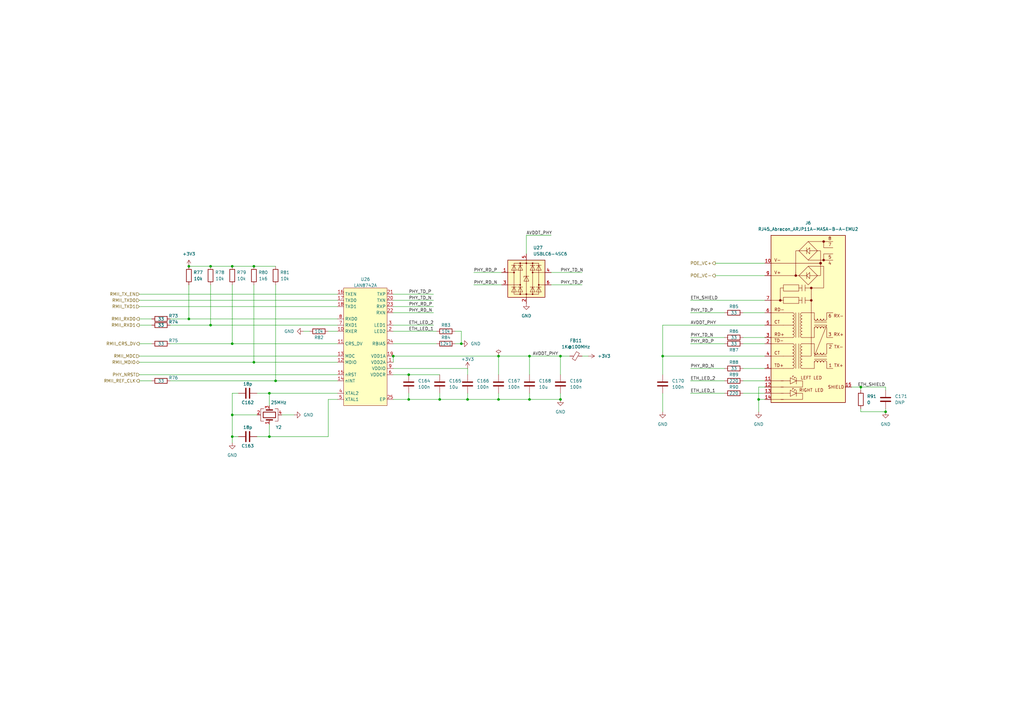
<source format=kicad_sch>
(kicad_sch (version 20211123) (generator eeschema)
  (paper "A3")
  (title_block (title "Kirdy") (date "2022-07-03") (rev "r0.1") (company "M-Labs") (comment 1 "Alex Wong Tat Hang"))
  (lib_symbols
    (symbol "Connector:RJ45_Abracon_ARJP11A-MASA-B-A-EMU2" (pin_names (offset 1.016) hide)
      (property "Reference" "J" (at 0 -38.1 0))
      (property "Value" "RJ45_Abracon_ARJP11A-MASA-B-A-EMU2" (at 0 -35.56 0))
      (symbol "RJ45_Abracon_ARJP11A-MASA-B-A-EMU2_0_0"
        (rectangle (start -15.24 -34.29) (end 15.24 34.29) (stroke (width 0.254)) (fill (type background)))
        (rectangle (start -3.81 8.89) (end -10.16 6.35))
        (polyline (pts (xy -15.24 -33.02) (xy -10.16 -33.02)))
        (polyline (pts (xy -15.24 -30.48) (xy -10.16 -30.48)))
        (polyline (pts (xy -15.24 -27.94) (xy -10.16 -27.94)))
        (polyline (pts (xy -15.24 -25.4) (xy -10.16 -25.4)))
        (polyline (pts (xy -15.24 -20.32) (xy -10.16 -20.32)))
        (polyline (pts (xy -15.24 -15.24) (xy -10.16 -15.24)))
        (polyline (pts (xy -15.24 -10.16) (xy -10.16 -10.16)))
        (polyline (pts (xy -15.24 -7.62) (xy -10.16 -7.62)))
        (polyline (pts (xy -15.24 -2.54) (xy -10.16 -2.54)))
        (polyline (pts (xy -15.24 2.54) (xy -10.16 2.54)))
        (polyline (pts (xy -15.24 22.86) (xy 5.08 22.86)))
        (polyline (pts (xy -11.43 7.62) (xy -15.24 7.62)))
        (polyline (pts (xy -11.176 -25.4) (xy -7.366 -25.4)))
        (polyline (pts (xy -10.16 7.62) (xy -11.43 7.62)))
        (polyline (pts (xy -5.08 17.78) (xy -15.24 17.78)))
        (polyline (pts (xy -5.08 17.78) (xy -3.81 17.78)))
        (polyline (pts (xy -5.08 19.05) (xy -5.08 17.78)))
        (polyline (pts (xy -3.81 7.62) (xy -2.54 7.62)))
        (polyline (pts (xy -3.81 12.7) (xy -2.54 12.7)))
        (polyline (pts (xy -2.54 8.89) (xy -2.54 6.35)))
        (polyline (pts (xy -1.27 8.89) (xy -1.27 6.35)))
        (polyline (pts (xy -1.27 13.97) (xy -1.27 11.43)))
        (polyline (pts (xy 0 21.59) (xy 6.35 21.59)))
        (polyline (pts (xy 0 24.13) (xy 10.16 24.13)))
        (polyline (pts (xy 0 31.75) (xy 10.16 31.75)))
        (polyline (pts (xy 1.27 10.16) (xy 1.27 12.7)))
        (polyline (pts (xy -10.16 12.7) (xy -11.43 12.7) (xy -11.43 7.62)))
        (polyline (pts (xy -3.81 27.94) (xy -5.08 27.94) (xy -5.08 17.78)))
        (polyline (pts (xy -1.27 12.7) (xy 0 12.7) (xy 1.27 12.7)))
        (polyline (pts (xy 1.27 12.7) (xy 6.35 12.7) (xy 6.35 21.59)))
        (polyline (pts (xy 6.35 24.13) (xy 6.35 26.67) (xy 10.16 26.67)))
        (polyline (pts (xy 6.35 31.75) (xy 6.35 29.21) (xy 10.16 29.21)))
        (polyline (pts (xy -4.826 -25.4) (xy -2.286 -25.4) (xy -2.286 -27.94) (xy -11.176 -27.94)))
        (polyline (pts (xy -2.54 -15.24) (xy -1.27 -15.24) (xy 1.27 -15.24) (xy 1.27 10.16)))
        (polyline (pts (xy 3.81 17.78) (xy 5.08 17.78) (xy 5.08 27.94) (xy 3.81 27.94)))
        (polyline (pts (xy -3.81 17.78) (xy 0 13.97) (xy 3.81 17.78) (xy 0 21.59) (xy -3.81 17.78)))
        (circle (center 1.27 7.62) (radius 0.0001) (stroke (width 0.508)))
        (text "1 TX+" (at 11.43 -19.05 0) (effects (font (size 1.27 1.27))))
        (text "2 TX-" (at 11.43 -11.43 0) (effects (font (size 1.27 1.27))))
        (text "3 RX+" (at 11.43 -6.35 0) (effects (font (size 1.27 1.27))))
        (text "4" (at 8.89 22.86 0) (effects (font (size 1.27 1.27))))
        (text "5" (at 8.89 25.4 0) (effects (font (size 1.27 1.27))))
        (text "6 RX-" (at 11.43 1.27 0) (effects (font (size 1.27 1.27))))
        (text "7" (at 8.89 30.48 0) (effects (font (size 1.27 1.27))))
        (text "8" (at 8.89 33.02 0) (effects (font (size 1.27 1.27))))
        (text "CT" (at -13.97 -1.27 0) (effects (font (size 1.27 1.27)) (justify left)))
        (text "LEFT LED" (at 1.27 -24.13 0) (effects (font (size 1.27 1.27))))
        (text "RD-" (at -13.97 3.81 0) (effects (font (size 1.27 1.27)) (justify left)))
        (text "SHIELD" (at 11.43 -27.94 0) (effects (font (size 1.27 1.27))))
        (text "V+" (at -13.97 19.05 0) (effects (font (size 1.27 1.27)) (justify left)))
        (text "V-" (at -13.97 24.13 0) (effects (font (size 1.27 1.27)) (justify left)))
      )
      (symbol "RJ45_Abracon_ARJP11A-MASA-B-A-EMU2_0_1"
        (arc (start -6.35 -16.51) (mid -5.715 -15.875) (end -6.35 -15.24))
        (arc (start -6.35 -15.24) (mid -5.715 -14.605) (end -6.35 -13.97))
        (arc (start -6.35 -13.97) (mid -6.35 -16.51) (end -6.35 -13.97))
        (arc (start -6.35 -11.43) (mid -5.715 -10.795) (end -6.35 -10.16))
        (polyline (pts (xy -6.35 -20.32) (xy -10.16 -20.32)))
        (polyline (pts (xy -6.35 -15.24) (xy -10.16 -15.24)))
        (polyline (pts (xy -6.35 -10.16) (xy -10.16 -10.16)))
        (polyline (pts (xy -6.35 -7.62) (xy -10.16 -7.62)))
        (polyline (pts (xy -6.35 -2.54) (xy -10.16 -2.54)))
        (polyline (pts (xy -6.35 2.54) (xy -10.16 2.54)))
        (polyline (pts (xy -6.096 -28.448) (xy -6.35 -28.448)))
        (polyline (pts (xy -5.334 -28.956) (xy -5.588 -28.956)))
        (polyline (pts (xy -4.826 -24.13) (xy -4.826 -26.67)))
        (polyline (pts (xy -1.27 7.62) (xy 1.27 7.62)))
        (polyline (pts (xy -0.635 17.78) (xy -3.81 17.78)))
        (polyline (pts (xy -0.635 19.05) (xy -0.635 16.51)))
        (polyline (pts (xy 0.635 17.78) (xy 3.81 17.78)))
        (polyline (pts (xy -6.604 -28.956) (xy -6.096 -28.448) (xy -6.096 -28.702)))
        (polyline (pts (xy -5.842 -29.464) (xy -5.334 -28.956) (xy -5.334 -29.21)))
        (polyline (pts (xy -7.366 -24.13) (xy -7.366 -26.67) (xy -4.826 -25.4) (xy -7.366 -24.13)))
        (polyline (pts (xy 0.635 19.05) (xy 0.635 16.51) (xy -0.635 17.78) (xy 0.635 19.05)))
      )
      (symbol "RJ45_Abracon_ARJP11A-MASA-B-A-EMU2_1_1"
        (circle (center -11.43 7.62) (radius 0.0001) (stroke (width 0.508)))
        (arc (start -6.35 -20.32) (mid -5.715 -19.685) (end -6.35 -19.05))
        (arc (start -6.35 -19.05) (mid -5.715 -18.415) (end -6.35 -17.78))
        (arc (start -6.35 -17.78) (mid -6.35 -20.32) (end -6.35 -17.78))
        (arc (start -6.35 -17.78) (mid -5.715 -17.145) (end -6.35 -16.51))
        (arc (start -6.35 -13.97) (mid -5.715 -13.335) (end -6.35 -12.7))
        (arc (start -6.35 -12.7) (mid -5.715 -12.065) (end -6.35 -11.43))
        (arc (start -6.35 -7.62) (mid -5.715 -6.985) (end -6.35 -6.35))
        (arc (start -6.35 -6.35) (mid -5.715 -5.715) (end -6.35 -5.08))
        (arc (start -6.35 -5.08) (mid -6.35 -7.62) (end -6.35 -5.08))
        (arc (start -6.35 -5.08) (mid -5.715 -4.445) (end -6.35 -3.81))
        (arc (start -6.35 -3.81) (mid -6.35 -6.35) (end -6.35 -3.81))
        (arc (start -6.35 -3.81) (mid -5.715 -3.175) (end -6.35 -2.54))
        (arc (start -6.35 -2.54) (mid -5.715 -1.905) (end -6.35 -1.27))
        (arc (start -6.35 -1.27) (mid -5.715 -0.635) (end -6.35 0))
        (arc (start -6.35 0) (mid -5.715 0.635) (end -6.35 1.27))
        (arc (start -6.35 1.27) (mid -6.35 -1.27) (end -6.35 1.27))
        (arc (start -6.35 1.27) (mid -5.715 1.905) (end -6.35 2.54))
        (circle (center -5.08 17.78) (radius 0.0001) (stroke (width 0.508)))
        (rectangle (start -3.81 13.97) (end -10.16 11.43))
        (arc (start -2.54 -19.05) (mid -3.175 -19.685) (end -2.54 -20.32))
        (arc (start -2.54 -19.05) (mid -2.54 -16.51) (end -2.54 -19.05))
        (arc (start -2.54 -17.78) (mid -3.175 -18.415) (end -2.54 -19.05))
        (arc (start -2.54 -16.51) (mid -3.175 -17.145) (end -2.54 -17.78))
        (arc (start -2.54 -15.24) (mid -3.175 -15.875) (end -2.54 -16.51))
        (arc (start -2.54 -15.24) (mid -2.54 -12.7) (end -2.54 -15.24))
        (arc (start -2.54 -13.97) (mid -3.175 -14.605) (end -2.54 -15.24))
        (arc (start -2.54 -12.7) (mid -3.175 -13.335) (end -2.54 -13.97))
        (arc (start -2.54 -11.43) (mid -3.175 -12.065) (end -2.54 -12.7))
        (arc (start -2.54 -10.16) (mid -3.175 -10.795) (end -2.54 -11.43))
        (arc (start -2.54 -6.35) (mid -3.175 -6.985) (end -2.54 -7.62))
        (arc (start -2.54 -6.35) (mid -2.54 -3.81) (end -2.54 -6.35))
        (arc (start -2.54 -5.08) (mid -3.175 -5.715) (end -2.54 -6.35))
        (arc (start -2.54 -3.81) (mid -3.175 -4.445) (end -2.54 -5.08))
        (arc (start -2.54 -3.81) (mid -2.54 -1.27) (end -2.54 -3.81))
        (arc (start -2.54 -2.54) (mid -3.175 -3.175) (end -2.54 -3.81))
        (arc (start -2.54 -1.27) (mid -3.175 -1.905) (end -2.54 -2.54))
        (arc (start -2.54 0) (mid -3.175 -0.635) (end -2.54 -1.27))
        (arc (start -2.54 0) (mid -2.54 2.54) (end -2.54 0))
        (arc (start -2.54 1.27) (mid -3.175 0.635) (end -2.54 0))
        (arc (start -2.54 2.54) (mid -3.175 1.905) (end -2.54 1.27))
        (polyline (pts (xy -11.176 -30.48) (xy -7.366 -30.48)))
        (polyline (pts (xy -6.096 -23.368) (xy -6.35 -23.368)))
        (polyline (pts (xy -5.334 -23.876) (xy -5.588 -23.876)))
        (polyline (pts (xy -5.08 -10.16) (xy -5.08 -20.32)))
        (polyline (pts (xy -5.08 2.54) (xy -5.08 -7.62)))
        (polyline (pts (xy -4.826 -29.21) (xy -4.826 -31.75)))
        (polyline (pts (xy -3.81 -20.32) (xy -3.81 -10.16)))
        (polyline (pts (xy -3.81 -7.62) (xy -3.81 2.54)))
        (polyline (pts (xy -2.54 13.97) (xy -2.54 11.43)))
        (polyline (pts (xy -0.635 27.94) (xy -3.81 27.94)))
        (polyline (pts (xy -0.635 29.21) (xy -0.635 26.67)))
        (polyline (pts (xy 0.635 27.94) (xy 3.81 27.94)))
        (polyline (pts (xy 2.54 -16.51) (xy 7.62 -16.51)))
        (polyline (pts (xy 2.54 -15.24) (xy 7.62 -2.54)))
        (polyline (pts (xy 2.54 -2.54) (xy 7.62 -2.54)))
        (polyline (pts (xy 7.62 -15.24) (xy 2.54 -15.24)))
        (polyline (pts (xy 7.62 -1.27) (xy 2.54 -1.27)))
        (polyline (pts (xy -6.604 -23.876) (xy -6.096 -23.368) (xy -6.096 -23.622)))
        (polyline (pts (xy -5.842 -24.384) (xy -5.334 -23.876) (xy -5.334 -24.13)))
        (polyline (pts (xy -2.54 -10.16) (xy 2.54 -10.16) (xy 2.54 -13.97)))
        (polyline (pts (xy -2.54 -7.62) (xy 2.54 -7.62) (xy 2.54 -3.81)))
        (polyline (pts (xy -2.54 2.54) (xy 2.54 2.54) (xy 2.54 0)))
        (polyline (pts (xy 2.54 -17.78) (xy 2.54 -20.32) (xy -2.54 -20.32)))
        (polyline (pts (xy 7.62 -17.78) (xy 7.62 -20.32) (xy 10.16 -20.32)))
        (polyline (pts (xy 7.62 -13.97) (xy 7.62 -10.16) (xy 10.16 -10.16)))
        (polyline (pts (xy 7.62 -3.81) (xy 7.62 -7.62) (xy 10.16 -7.62)))
        (polyline (pts (xy 7.62 0) (xy 7.62 2.54) (xy 10.16 2.54)))
        (polyline (pts (xy -7.366 -29.21) (xy -7.366 -31.75) (xy -4.826 -30.48) (xy -7.366 -29.21)))
        (polyline (pts (xy -4.826 -30.48) (xy -2.286 -30.48) (xy -2.286 -33.02) (xy -11.176 -33.02)))
        (polyline (pts (xy 0.635 29.21) (xy 0.635 26.67) (xy -0.635 27.94) (xy 0.635 29.21)))
        (polyline (pts (xy -3.81 27.94) (xy 0 24.13) (xy 3.81 27.94) (xy 0 31.75) (xy -3.81 27.94)))
        (circle (center 1.27 12.7) (radius 0.0001) (stroke (width 0.508)))
        (arc (start 2.54 -17.78) (mid 5.08 -17.78) (end 2.54 -17.78))
        (arc (start 2.54 -13.97) (mid 3.175 -14.605) (end 3.81 -13.97))
        (arc (start 2.54 -13.97) (mid 3.175 -14.605) (end 3.81 -13.97))
        (arc (start 2.54 -3.81) (mid 5.08 -3.81) (end 2.54 -3.81))
        (arc (start 2.54 0) (mid 3.175 -0.635) (end 3.81 0))
        (arc (start 2.54 0) (mid 3.175 -0.635) (end 3.81 0))
        (arc (start 3.81 -17.78) (mid 3.175 -17.145) (end 2.54 -17.78))
        (arc (start 3.81 -17.78) (mid 3.175 -17.145) (end 2.54 -17.78))
        (arc (start 3.81 -13.97) (mid 1.27 -13.97) (end 3.81 -13.97))
        (arc (start 3.81 -13.97) (mid 4.445 -14.605) (end 5.08 -13.97))
        (arc (start 3.81 -3.81) (mid 3.175 -3.175) (end 2.54 -3.81))
        (arc (start 3.81 -3.81) (mid 3.175 -3.175) (end 2.54 -3.81))
        (arc (start 3.81 0) (mid 1.27 0) (end 3.81 0))
        (arc (start 3.81 0) (mid 4.445 -0.635) (end 5.08 0))
        (arc (start 5.08 -17.78) (mid 4.445 -17.145) (end 3.81 -17.78))
        (arc (start 5.08 -17.78) (mid 7.62 -17.78) (end 5.08 -17.78))
        (arc (start 5.08 -13.97) (mid 5.715 -14.605) (end 6.35 -13.97))
        (arc (start 5.08 -13.97) (mid 5.715 -14.605) (end 6.35 -13.97))
        (arc (start 5.08 -3.81) (mid 4.445 -3.175) (end 3.81 -3.81))
        (arc (start 5.08 -3.81) (mid 7.62 -3.81) (end 5.08 -3.81))
        (arc (start 5.08 0) (mid 5.715 -0.635) (end 6.35 0))
        (arc (start 5.08 0) (mid 5.715 -0.635) (end 6.35 0))
        (circle (center 5.08 22.86) (radius 0.0001) (stroke (width 0.508)))
        (circle (center 5.08 22.86) (radius 0.0001) (stroke (width 0.508)))
        (arc (start 6.35 -17.78) (mid 5.715 -17.145) (end 5.08 -17.78))
        (arc (start 6.35 -17.78) (mid 5.715 -17.145) (end 5.08 -17.78))
        (arc (start 6.35 -13.97) (mid 3.81 -13.97) (end 6.35 -13.97))
        (arc (start 6.35 -13.97) (mid 6.985 -14.605) (end 7.62 -13.97))
        (arc (start 6.35 -3.81) (mid 5.715 -3.175) (end 5.08 -3.81))
        (arc (start 6.35 -3.81) (mid 5.715 -3.175) (end 5.08 -3.81))
        (arc (start 6.35 0) (mid 3.81 0) (end 6.35 0))
        (arc (start 6.35 0) (mid 6.985 -0.635) (end 7.62 0))
        (circle (center 6.35 24.13) (radius 0.0001) (stroke (width 0.508)))
        (circle (center 6.35 31.75) (radius 0.0001) (stroke (width 0.508)))
        (arc (start 7.62 -17.78) (mid 6.985 -17.145) (end 6.35 -17.78))
        (arc (start 7.62 -3.81) (mid 6.985 -3.175) (end 6.35 -3.81))
        (text "CT" (at -13.97 -13.97 0) (effects (font (size 1.27 1.27)) (justify left)))
        (text "RD+" (at -13.97 -6.35 0) (effects (font (size 1.27 1.27)) (justify left)))
        (text "RIGHT LED" (at 1.27 -29.21 0) (effects (font (size 1.27 1.27))))
        (text "TD+" (at -13.97 -19.05 0) (effects (font (size 1.27 1.27)) (justify left)))
        (text "TD-" (at -13.97 -8.89 0) (effects (font (size 1.27 1.27)) (justify left)))
        (pin passive line (at -17.78 -20.32 0) (length 2.54) (name "TD+") (number "1"))
        (pin power_out line (at -17.78 22.86 0) (length 2.54) (name "V-") (number "10"))
        (pin passive line (at -17.78 -25.4 0) (length 2.54) (name "LLED+") (number "11"))
        (pin passive line (at -17.78 -27.94 0) (length 2.54) (name "LLED-") (number "12"))
        (pin passive line (at -17.78 -30.48 0) (length 2.54) (name "RLED+") (number "13"))
        (pin passive line (at -17.78 -33.02 0) (length 2.54) (name "RLED-") (number "14"))
        (pin passive line (at 17.78 -27.94 180) (length 2.54) (name "SHIELD") (number "15"))
        (pin passive line (at -17.78 -10.16 0) (length 2.54) (name "TD-") (number "2"))
        (pin passive line (at -17.78 -7.62 0) (length 2.54) (name "RD+") (number "3"))
        (pin passive line (at -17.78 -15.24 0) (length 2.54) (name "CT") (number "4"))
        (pin passive line (at -17.78 -2.54 0) (length 2.54) (name "CT") (number "5"))
        (pin passive line (at -17.78 2.54 0) (length 2.54) (name "RD-") (number "6"))
        (pin passive line (at -17.78 7.62 0) (length 2.54) (name "7") (number "7"))
        (pin power_out line (at -17.78 17.78 0) (length 2.54) (name "V+") (number "9"))
      )
    )
    (symbol "Device:C" (pin_numbers hide) (pin_names (offset 0.254))
      (property "Reference" "C" (at 0.635 2.54 0))
      (property "Value" "C" (at 0.635 -2.54 0))
      (symbol "C_0_1"
        (polyline (pts (xy -2.032 -0.762) (xy 2.032 -0.762)) (stroke (width 0.508)))
        (polyline (pts (xy -2.032 0.762) (xy 2.032 0.762)) (stroke (width 0.508)))
      )
      (symbol "C_1_1"
        (pin passive line (at 0 3.81 270) (length 2.794) (name "~") (number "1"))
        (pin passive line (at 0 -3.81 90) (length 2.794) (name "~") (number "2"))
      )
    )
    (symbol "Device:Crystal_GND24" (pin_names (offset 1.016) hide)
      (property "Reference" "Y" (at 3.175 5.08 0))
      (property "Value" "Crystal_GND24" (at 3.175 3.175 0))
      (symbol "Crystal_GND24_0_1"
        (rectangle (start -1.143 2.54) (end 1.143 -2.54) (stroke (width 0.3048)))
        (polyline (pts (xy -2.54 0) (xy -2.032 0)))
        (polyline (pts (xy -2.032 -1.27) (xy -2.032 1.27)) (stroke (width 0.508)))
        (polyline (pts (xy 0 -3.81) (xy 0 -3.556)))
        (polyline (pts (xy 0 3.556) (xy 0 3.81)))
        (polyline (pts (xy 2.032 -1.27) (xy 2.032 1.27)) (stroke (width 0.508)))
        (polyline (pts (xy 2.032 0) (xy 2.54 0)))
        (polyline (pts (xy -2.54 -2.286) (xy -2.54 -3.556) (xy 2.54 -3.556) (xy 2.54 -2.286)))
        (polyline (pts (xy -2.54 2.286) (xy -2.54 3.556) (xy 2.54 3.556) (xy 2.54 2.286)))
      )
      (symbol "Crystal_GND24_1_1"
        (pin passive line (at -3.81 0 0) (length 1.27) (name "1") (number "1"))
        (pin passive line (at 0 5.08 270) (length 1.27) (name "2") (number "2"))
        (pin passive line (at 3.81 0 180) (length 1.27) (name "3") (number "3"))
        (pin passive line (at 0 -5.08 90) (length 1.27) (name "4") (number "4"))
      )
    )
    (symbol "Device:FerriteBead_Small" (pin_numbers hide) (pin_names (offset 0))
      (property "Reference" "FB" (at 1.905 1.27 0))
      (property "Value" "FerriteBead_Small" (at 1.905 -1.27 0))
      (symbol "FerriteBead_Small_0_1"
        (polyline (pts (xy 0 -1.27) (xy 0 -0.7874)))
        (polyline (pts (xy 0 0.889) (xy 0 1.2954)))
        (polyline (pts (xy -1.8288 0.2794) (xy -1.1176 1.4986) (xy 1.8288 -0.2032) (xy 1.1176 -1.4224) (xy -1.8288 0.2794)))
      )
      (symbol "FerriteBead_Small_1_1"
        (pin passive line (at 0 2.54 270) (length 1.27) (name "~") (number "1"))
        (pin passive line (at 0 -2.54 90) (length 1.27) (name "~") (number "2"))
      )
    )
    (symbol "Device:R" (pin_numbers hide) (pin_names (offset 0))
      (property "Reference" "R" (at 2.032 0 90))
      (property "Value" "R" (at 0 0 90))
      (symbol "R_0_1"
        (rectangle (start -1.016 -2.54) (end 1.016 2.54) (stroke (width 0.254)))
      )
      (symbol "R_1_1"
        (pin passive line (at 0 3.81 270) (length 1.27) (name "~") (number "1"))
        (pin passive line (at 0 -3.81 90) (length 1.27) (name "~") (number "2"))
      )
    )
    (symbol "Power_Protection:USBLC6-4SC6" (pin_names hide)
      (property "Reference" "U" (at 2.54 8.89 0))
      (property "Value" "USBLC6-4SC6" (at 2.54 -8.89 0))
      (symbol "USBLC6-4SC6_0_1"
        (rectangle (start -7.62 -7.62) (end 7.62 7.62) (stroke (width 0.254)) (fill (type background)))
        (circle (center -5.08 2.54) (radius 0.254) (fill (type outline)))
        (circle (center -2.54 -6.35) (radius 0.254) (fill (type outline)))
        (circle (center -2.54 -2.54) (radius 0.254) (fill (type outline)))
        (circle (center -2.54 6.35) (radius 0.254) (fill (type outline)))
        (rectangle (start -2.54 6.35) (end 2.54 -6.35))
        (circle (center 0 -6.35) (radius 0.254) (fill (type outline)))
        (polyline (pts (xy -5.08 2.54) (xy -7.62 2.54)))
        (polyline (pts (xy -4.064 -3.429) (xy -6.096 -3.429)))
        (polyline (pts (xy -4.064 5.461) (xy -6.096 5.461)))
        (polyline (pts (xy -2.54 -2.54) (xy -7.62 -2.54)))
        (polyline (pts (xy -1.524 -3.429) (xy -3.556 -3.429)))
        (polyline (pts (xy -1.524 5.461) (xy -3.556 5.461)))
        (polyline (pts (xy 0 -7.62) (xy 0 -6.35)))
        (polyline (pts (xy 0 -6.35) (xy 0 1.27)))
        (polyline (pts (xy 0 1.27) (xy 0 6.35)))
        (polyline (pts (xy 0 6.35) (xy 0 7.62)))
        (polyline (pts (xy 1.524 -3.429) (xy 3.556 -3.429)))
        (polyline (pts (xy 1.524 5.461) (xy 3.556 5.461)))
        (polyline (pts (xy 2.54 2.54) (xy 7.62 2.54)))
        (polyline (pts (xy 4.064 -3.429) (xy 6.096 -3.429)))
        (polyline (pts (xy 4.064 5.461) (xy 6.096 5.461)))
        (polyline (pts (xy 5.08 -2.54) (xy 7.62 -2.54)))
        (polyline (pts (xy -6.096 -5.461) (xy -4.064 -5.461) (xy -5.08 -3.429) (xy -6.096 -5.461)))
        (polyline (pts (xy -6.096 3.429) (xy -4.064 3.429) (xy -5.08 5.461) (xy -6.096 3.429)))
        (polyline (pts (xy -3.556 -5.461) (xy -1.524 -5.461) (xy -2.54 -3.429) (xy -3.556 -5.461)))
        (polyline (pts (xy -3.556 3.429) (xy -1.524 3.429) (xy -2.54 5.461) (xy -3.556 3.429)))
        (polyline (pts (xy -2.54 6.35) (xy -5.08 6.35) (xy -5.08 -6.35) (xy -2.54 -6.35)))
        (polyline (pts (xy -1.016 -1.016) (xy 1.016 -1.016) (xy 0 1.016) (xy -1.016 -1.016)))
        (polyline (pts (xy 1.016 1.016) (xy 0.762 1.016) (xy -1.016 1.016) (xy -1.016 0.508)))
        (polyline (pts (xy 2.54 6.35) (xy 5.08 6.35) (xy 5.08 -6.35) (xy 2.54 -6.35)))
        (polyline (pts (xy 3.556 -5.461) (xy 1.524 -5.461) (xy 2.54 -3.429) (xy 3.556 -5.461)))
        (polyline (pts (xy 3.556 3.429) (xy 1.524 3.429) (xy 2.54 5.461) (xy 3.556 3.429)))
        (polyline (pts (xy 6.096 -5.461) (xy 4.064 -5.461) (xy 5.08 -3.429) (xy 6.096 -5.461)))
        (polyline (pts (xy 6.096 3.429) (xy 4.064 3.429) (xy 5.08 5.461) (xy 6.096 3.429)))
        (circle (center 0 6.35) (radius 0.254) (fill (type outline)))
        (circle (center 2.54 -6.35) (radius 0.254) (fill (type outline)))
        (circle (center 2.54 2.54) (radius 0.254) (fill (type outline)))
        (circle (center 2.54 6.35) (radius 0.254) (fill (type outline)))
        (circle (center 5.08 -2.54) (radius 0.254) (fill (type outline)))
      )
      (symbol "USBLC6-4SC6_1_1"
        (pin passive line (at -10.16 2.54 0) (length 2.54) (name "I/O1") (number "1"))
        (pin passive line (at 0 -10.16 90) (length 2.54) (name "GND") (number "2"))
        (pin passive line (at -10.16 -2.54 0) (length 2.54) (name "I/O2") (number "3"))
        (pin passive line (at 10.16 2.54 180) (length 2.54) (name "I/O3") (number "4"))
        (pin passive line (at 0 10.16 270) (length 2.54) (name "VBUS") (number "5"))
        (pin passive line (at 10.16 -2.54 180) (length 2.54) (name "I/O4") (number "6"))
      )
    )
    (symbol "kirdy:LAN8742A"
      (property "Reference" "U" (at 0 -30.48 0))
      (property "Value" "LAN8742A" (at 0 -27.94 0))
      (symbol "LAN8742A_0_0"
        (pin power_in line (at 10.16 -7.62 180) (length 2.54) (name "VDD2A") (number "1"))
        (pin bidirectional line (at -12.7 5.08 0) (length 2.54) (name "RXER") (number "10"))
        (pin output line (at -12.7 0 0) (length 2.54) (name "CRS_DV") (number "11"))
        (pin bidirectional line (at -12.7 -7.62 0) (length 2.54) (name "MDIO") (number "12"))
        (pin input line (at -12.7 -5.08 0) (length 2.54) (name "MDC") (number "13"))
        (pin output line (at -12.7 -15.24 0) (length 2.54) (name "nINT") (number "14"))
        (pin input line (at -12.7 -12.7 0) (length 2.54) (name "nRST") (number "15"))
        (pin input line (at -12.7 20.32 0) (length 2.54) (name "TXEN") (number "16"))
        (pin input line (at -12.7 17.78 0) (length 2.54) (name "TXD0") (number "17"))
        (pin input line (at -12.7 15.24 0) (length 2.54) (name "TXD1") (number "18"))
        (pin power_in line (at 10.16 -5.08 180) (length 2.54) (name "VDD1A") (number "19"))
        (pin output line (at 10.16 5.08 180) (length 2.54) (name "LED2") (number "2"))
        (pin bidirectional line (at 10.16 17.78 180) (length 2.54) (name "TXN") (number "20"))
        (pin bidirectional line (at 10.16 20.32 180) (length 2.54) (name "TXP") (number "21"))
        (pin bidirectional line (at 10.16 12.7 180) (length 2.54) (name "RXN") (number "22"))
        (pin bidirectional line (at 10.16 15.24 180) (length 2.54) (name "RXP") (number "23"))
        (pin passive line (at 10.16 0 180) (length 2.54) (name "RBIAS") (number "24"))
        (pin power_in line (at 10.16 -22.86 180) (length 2.54) (name "EP") (number "25"))
        (pin output line (at 10.16 7.62 180) (length 2.54) (name "LED1") (number "3"))
        (pin input line (at -12.7 -20.32 0) (length 2.54) (name "XTAL2") (number "4"))
        (pin input line (at -12.7 -22.86 0) (length 2.54) (name "XTAL1") (number "5"))
        (pin passive line (at 10.16 -12.7 180) (length 2.54) (name "VDDCR") (number "6"))
        (pin output line (at -12.7 7.62 0) (length 2.54) (name "RXD1") (number "7"))
        (pin output line (at -12.7 10.16 0) (length 2.54) (name "RXD0") (number "8"))
        (pin power_in line (at 10.16 -10.16 180) (length 2.54) (name "VDDIO") (number "9"))
      )
      (symbol "LAN8742A_0_1"
        (rectangle (start -10.16 22.86) (end 7.62 -25.4) (fill (type background)))
      )
    )
    (symbol "power:+3V3" (power) (pin_names (offset 0))
      (property "Value" "+3V3" (at 0 3.556 0))
      (symbol "+3V3_0_1"
        (polyline (pts (xy -0.762 1.27) (xy 0 2.54)))
        (polyline (pts (xy 0 0) (xy 0 2.54)))
        (polyline (pts (xy 0 2.54) (xy 0.762 1.27)))
      )
      (symbol "+3V3_1_1"
        (pin power_in line (at 0 0 90) (length 0) hide (name "+3V3") (number "1"))
      )
    )
    (symbol "power:GND" (power) (pin_names (offset 0))
      (property "Value" "GND" (at 0 -3.81 0))
      (symbol "GND_0_1"
        (polyline (pts (xy 0 0) (xy 0 -1.27) (xy 1.27 -1.27) (xy 0 -2.54) (xy -1.27 -1.27) (xy 0 -1.27)))
      )
      (symbol "GND_1_1"
        (pin power_in line (at 0 0 270) (length 0) hide (name "GND") (number "1"))
      )
    )
    (symbol "power:PWR_FLAG" (power) (pin_numbers hide) (pin_names (offset 0) hide)
      (property "Value" "PWR_FLAG" (at 0 3.81 0))
      (symbol "PWR_FLAG_0_0"
        (pin power_out line (at 0 0 90) (length 0) (name "pwr") (number "1"))
      )
      (symbol "PWR_FLAG_0_1"
        (polyline (pts (xy 0 0) (xy 0 1.27) (xy -1.016 1.905) (xy 0 2.54) (xy 1.016 1.905) (xy 0 1.27)))
      )
    )
  )
  (junction (at 191.77 163.83))
  (junction (at 95.25 179.07))
  (junction (at 363.22 168.91))
  (junction (at 77.47 130.81))
  (junction (at 311.15 163.83))
  (junction (at 104.14 109.22))
  (junction (at 204.47 146.05))
  (junction (at 104.14 148.59))
  (junction (at 180.34 163.83))
  (junction (at 217.17 146.05))
  (junction (at 95.25 109.22))
  (junction (at 77.47 109.22))
  (junction (at 86.36 133.35))
  (junction (at 113.03 156.21))
  (junction (at 271.78 146.05))
  (junction (at 353.06 158.75))
  (junction (at 189.23 140.97))
  (junction (at 204.47 163.83))
  (junction (at 167.64 163.83))
  (junction (at 95.25 170.18))
  (junction (at 229.87 163.83))
  (junction (at 110.49 179.07))
  (junction (at 167.64 153.67))
  (junction (at 95.25 140.97))
  (junction (at 229.87 146.05))
  (junction (at 217.17 163.83))
  (junction (at 86.36 109.22))
  (junction (at 110.49 161.29))
  (junction (at 161.29 146.05))
  (wire (pts (xy 238.76 146.05) (xy 241.3 146.05)))
  (wire (pts (xy 95.25 109.22) (xy 104.14 109.22)))
  (wire (pts (xy 57.15 148.59) (xy 104.14 148.59)))
  (wire (pts (xy 180.34 161.29) (xy 180.34 163.83)))
  (wire (pts (xy 283.21 138.43) (xy 297.18 138.43)))
  (wire (pts (xy 304.8 138.43) (xy 313.69 138.43)))
  (wire (pts (xy 353.06 158.75) (xy 353.06 160.02)))
  (wire (pts (xy 204.47 161.29) (xy 204.47 163.83)))
  (wire (pts (xy 161.29 140.97) (xy 179.07 140.97)))
  (wire (pts (xy 189.23 135.89) (xy 189.23 140.97)))
  (wire (pts (xy 161.29 128.27) (xy 177.8 128.27)))
  (wire (pts (xy 57.15 130.81) (xy 62.23 130.81)))
  (wire (pts (xy 204.47 163.83) (xy 217.17 163.83)))
  (wire (pts (xy 349.25 158.75) (xy 353.06 158.75)))
  (wire (pts (xy 77.47 116.84) (xy 77.47 130.81)))
  (wire (pts (xy 57.15 133.35) (xy 62.23 133.35)))
  (wire (pts (xy 194.31 116.84) (xy 205.74 116.84)))
  (wire (pts (xy 271.78 146.05) (xy 313.69 146.05)))
  (wire (pts (xy 95.25 116.84) (xy 95.25 140.97)))
  (wire (pts (xy 311.15 158.75) (xy 311.15 163.83)))
  (wire (pts (xy 283.21 161.29) (xy 297.18 161.29)))
  (wire (pts (xy 95.25 170.18) (xy 105.41 170.18)))
  (wire (pts (xy 134.62 163.83) (xy 138.43 163.83)))
  (wire (pts (xy 271.78 168.91) (xy 271.78 161.29)))
  (wire (pts (xy 105.41 179.07) (xy 110.49 179.07)))
  (wire (pts (xy 95.25 170.18) (xy 95.25 161.29)))
  (wire (pts (xy 353.06 168.91) (xy 363.22 168.91)))
  (wire (pts (xy 194.31 111.76) (xy 205.74 111.76)))
  (wire (pts (xy 167.64 153.67) (xy 180.34 153.67)))
  (wire (pts (xy 110.49 161.29) (xy 138.43 161.29)))
  (wire (pts (xy 304.8 156.21) (xy 313.69 156.21)))
  (wire (pts (xy 113.03 156.21) (xy 138.43 156.21)))
  (wire (pts (xy 161.29 146.05) (xy 161.29 148.59)))
  (wire (pts (xy 115.57 170.18) (xy 120.65 170.18)))
  (wire (pts (xy 229.87 146.05) (xy 229.87 153.67)))
  (wire (pts (xy 293.37 113.03) (xy 313.69 113.03)))
  (wire (pts (xy 167.64 163.83) (xy 180.34 163.83)))
  (wire (pts (xy 191.77 163.83) (xy 204.47 163.83)))
  (wire (pts (xy 86.36 133.35) (xy 138.43 133.35)))
  (wire (pts (xy 217.17 161.29) (xy 217.17 163.83)))
  (wire (pts (xy 57.15 156.21) (xy 62.23 156.21)))
  (wire (pts (xy 69.85 140.97) (xy 95.25 140.97)))
  (wire (pts (xy 186.69 140.97) (xy 189.23 140.97)))
  (wire (pts (xy 95.25 181.61) (xy 95.25 179.07)))
  (wire (pts (xy 229.87 163.83) (xy 229.87 161.29)))
  (wire (pts (xy 283.21 156.21) (xy 297.18 156.21)))
  (wire (pts (xy 161.29 120.65) (xy 177.8 120.65)))
  (wire (pts (xy 229.87 146.05) (xy 233.68 146.05)))
  (wire (pts (xy 57.15 146.05) (xy 138.43 146.05)))
  (wire (pts (xy 191.77 161.29) (xy 191.77 163.83)))
  (wire (pts (xy 217.17 146.05) (xy 229.87 146.05)))
  (wire (pts (xy 161.29 146.05) (xy 204.47 146.05)))
  (wire (pts (xy 271.78 146.05) (xy 271.78 153.67)))
  (wire (pts (xy 113.03 116.84) (xy 113.03 156.21)))
  (wire (pts (xy 57.15 140.97) (xy 62.23 140.97)))
  (wire (pts (xy 161.29 153.67) (xy 167.64 153.67)))
  (wire (pts (xy 57.15 153.67) (xy 138.43 153.67)))
  (wire (pts (xy 215.9 96.52) (xy 226.06 96.52)))
  (wire (pts (xy 313.69 133.35) (xy 271.78 133.35)))
  (wire (pts (xy 57.15 120.65) (xy 138.43 120.65)))
  (wire (pts (xy 161.29 163.83) (xy 167.64 163.83)))
  (wire (pts (xy 134.62 135.89) (xy 138.43 135.89)))
  (wire (pts (xy 161.29 135.89) (xy 179.07 135.89)))
  (wire (pts (xy 95.25 179.07) (xy 97.79 179.07)))
  (wire (pts (xy 186.69 135.89) (xy 189.23 135.89)))
  (wire (pts (xy 226.06 111.76) (xy 238.76 111.76)))
  (wire (pts (xy 304.8 128.27) (xy 313.69 128.27)))
  (wire (pts (xy 86.36 109.22) (xy 95.25 109.22)))
  (wire (pts (xy 226.06 116.84) (xy 238.76 116.84)))
  (wire (pts (xy 95.25 161.29) (xy 97.79 161.29)))
  (wire (pts (xy 283.21 123.19) (xy 313.69 123.19)))
  (wire (pts (xy 311.15 168.91) (xy 311.15 163.83)))
  (wire (pts (xy 77.47 130.81) (xy 138.43 130.81)))
  (wire (pts (xy 110.49 179.07) (xy 134.62 179.07)))
  (wire (pts (xy 86.36 116.84) (xy 86.36 133.35)))
  (wire (pts (xy 283.21 128.27) (xy 297.18 128.27)))
  (wire (pts (xy 95.25 179.07) (xy 95.25 170.18)))
  (wire (pts (xy 304.8 161.29) (xy 313.69 161.29)))
  (wire (pts (xy 363.22 158.75) (xy 363.22 160.02)))
  (wire (pts (xy 161.29 151.13) (xy 191.77 151.13)))
  (wire (pts (xy 363.22 167.64) (xy 363.22 168.91)))
  (wire (pts (xy 104.14 148.59) (xy 138.43 148.59)))
  (wire (pts (xy 110.49 166.37) (xy 110.49 161.29)))
  (wire (pts (xy 95.25 140.97) (xy 138.43 140.97)))
  (wire (pts (xy 204.47 146.05) (xy 204.47 153.67)))
  (wire (pts (xy 57.15 125.73) (xy 138.43 125.73)))
  (wire (pts (xy 217.17 146.05) (xy 217.17 153.67)))
  (wire (pts (xy 104.14 109.22) (xy 113.03 109.22)))
  (wire (pts (xy 110.49 173.99) (xy 110.49 179.07)))
  (wire (pts (xy 304.8 140.97) (xy 313.69 140.97)))
  (wire (pts (xy 134.62 179.07) (xy 134.62 163.83)))
  (wire (pts (xy 161.29 133.35) (xy 177.8 133.35)))
  (wire (pts (xy 69.85 130.81) (xy 77.47 130.81)))
  (wire (pts (xy 283.21 140.97) (xy 297.18 140.97)))
  (wire (pts (xy 69.85 133.35) (xy 86.36 133.35)))
  (wire (pts (xy 180.34 163.83) (xy 191.77 163.83)))
  (wire (pts (xy 161.29 123.19) (xy 177.8 123.19)))
  (wire (pts (xy 204.47 146.05) (xy 217.17 146.05)))
  (wire (pts (xy 311.15 163.83) (xy 313.69 163.83)))
  (wire (pts (xy 161.29 125.73) (xy 177.8 125.73)))
  (wire (pts (xy 304.8 151.13) (xy 313.69 151.13)))
  (wire (pts (xy 69.85 156.21) (xy 113.03 156.21)))
  (wire (pts (xy 105.41 161.29) (xy 110.49 161.29)))
  (wire (pts (xy 293.37 107.95) (xy 313.69 107.95)))
  (wire (pts (xy 215.9 96.52) (xy 215.9 104.14)))
  (wire (pts (xy 271.78 133.35) (xy 271.78 146.05)))
  (wire (pts (xy 217.17 163.83) (xy 229.87 163.83)))
  (wire (pts (xy 313.69 158.75) (xy 311.15 158.75)))
  (wire (pts (xy 353.06 158.75) (xy 363.22 158.75)))
  (wire (pts (xy 353.06 167.64) (xy 353.06 168.91)))
  (wire (pts (xy 77.47 109.22) (xy 86.36 109.22)))
  (wire (pts (xy 283.21 151.13) (xy 297.18 151.13)))
  (wire (pts (xy 104.14 116.84) (xy 104.14 148.59)))
  (wire (pts (xy 191.77 151.13) (xy 191.77 153.67)))
  (wire (pts (xy 167.64 161.29) (xy 167.64 163.83)))
  (wire (pts (xy 124.46 135.89) (xy 127 135.89)))
  (wire (pts (xy 57.15 123.19) (xy 138.43 123.19)))
  (label "PHY_TD_P" (at 167.64 120.65 0))
  (label "PHY_TD_P" (at 283.21 128.27 0))
  (label "PHY_RD_N" (at 283.21 151.13 0))
  (label "AVDDT_PHY" (at 215.9 96.52 0))
  (label "PHY_RD_P" (at 283.21 140.97 0))
  (label "ETH_SHIELD" (at 283.21 123.19 0))
  (label "ETH_LED_1" (at 283.21 161.29 0))
  (label "PHY_TD_N" (at 167.64 123.19 0))
  (label "PHY_RD_P" (at 167.64 125.73 0))
  (label "PHY_TD_N" (at 229.87 111.76 0))
  (label "PHY_TD_N" (at 283.21 138.43 0))
  (label "PHY_RD_N" (at 167.64 128.27 0))
  (label "ETH_LED_2" (at 167.64 133.35 0))
  (label "PHY_RD_P" (at 194.31 111.76 0))
  (label "AVDDT_PHY" (at 283.21 133.35 0))
  (label "AVDDT_PHY" (at 218.44 146.05 0))
  (label "ETH_LED_2" (at 283.21 156.21 0))
  (label "PHY_RD_N" (at 194.31 116.84 0))
  (label "ETH_LED_1" (at 167.64 135.89 0))
  (label "PHY_TD_P" (at 229.87 116.84 0))
  (label "ETH_SHIELD" (at 351.79 158.75 0))
  (hierarchical_label "RMII_MDC" (shape input) (at 57.15 146.05 180))
  (hierarchical_label "RMII_TXD1" (shape input) (at 57.15 125.73 180))
  (hierarchical_label "RMII_RXD1" (shape output) (at 57.15 133.35 180))
  (hierarchical_label "RMII_RXD0" (shape output) (at 57.15 130.81 180))
  (hierarchical_label "RMII_CRS_DV" (shape output) (at 57.15 140.97 180))
  (hierarchical_label "RMII_MDIO" (shape bidirectional) (at 57.15 148.59 180))
  (hierarchical_label "RMII_REF_CLK" (shape output) (at 57.15 156.21 180))
  (hierarchical_label "POE_VC-" (shape output) (at 293.37 113.03 180))
  (hierarchical_label "RMII_TX_EN" (shape input) (at 57.15 120.65 180))
  (hierarchical_label "PHY_NRST" (shape input) (at 57.15 153.67 180))
  (hierarchical_label "POE_VC+" (shape output) (at 293.37 107.95 180))
  (hierarchical_label "RMII_TXD0" (shape input) (at 57.15 123.19 180))
  (symbol (lib_id "Device:C") (at 167.64 157.48 0) (unit 1)
    (property "Reference" "C164" (at 171.45 156.2099 0) (effects (justify left)))
    (property "Value" "100n" (at 171.45 158.7499 0) (effects (justify left)))
    (property "Footprint" "Capacitor_SMD:C_0603_1608Metric" (effects hide))
    (property "MFR_PN" "CL10B104KB8NNWC" (effects hide))
    (property "MFR_PN_ALT" "CL10B104KB8NNNL" (effects hide))
  )
  (symbol (lib_id "Device:C") (at 180.34 157.48 0) (unit 1)
    (property "Reference" "C165" (at 184.15 156.2099 0) (effects (justify left)))
    (property "Value" "10u" (at 184.15 158.7499 0) (effects (justify left)))
    (property "Footprint" "Capacitor_SMD:C_0805_2012Metric" (effects hide))
    (property "MFR_PN" "CL21B106KOQNNNG" (effects hide))
    (property "MFR_PN_ALT" "CL21B106KOQNNNE" (effects hide))
  )
  (symbol (lib_id "Device:C") (at 204.47 157.48 0) (unit 1)
    (property "Reference" "C167" (at 208.28 156.2099 0) (effects (justify left)))
    (property "Value" "100n" (at 208.28 158.7499 0) (effects (justify left)))
    (property "Footprint" "Capacitor_SMD:C_0603_1608Metric" (effects hide))
    (property "MFR_PN" "CL10B104KB8NNWC" (effects hide))
    (property "MFR_PN_ALT" "CL10B104KB8NNNL" (effects hide))
  )
  (symbol (lib_id "power:GND") (at 95.25 181.61 0) (unit 1)
    (property "Reference" "#PWR0142" (effects hide))
    (property "Value" "GND" (at 95.25 186.69 0))
  )
  (symbol (lib_id "Device:R") (at 113.03 113.03 180) (unit 1)
    (property "Reference" "R81" (at 116.84 111.76 0))
    (property "Value" "10k" (at 116.84 114.3 0))
    (property "Footprint" "Resistor_SMD:R_0603_1608Metric" (effects hide))
    (property "MFR_PN" "RNCP0603FTD10K0" (effects hide))
    (property "MFR_PN_ALT" "RMCF0603FT10K0" (effects hide))
  )
  (symbol (lib_id "Device:R") (at 182.88 140.97 90) (unit 1)
    (property "Reference" "R84" (at 182.88 138.43 90))
    (property "Value" "12k1" (at 182.88 140.97 90))
    (property "Footprint" "Resistor_SMD:R_0603_1608Metric" (effects hide))
    (property "MFR_PN" "RNCP0603FTD12K1" (effects hide))
    (property "MFR_PN_ALT" "CR0603-FX-1212ELF" (effects hide))
  )
  (symbol (lib_id "Device:R") (at 300.99 161.29 90) (unit 1)
    (property "Reference" "R90" (at 300.99 158.75 90))
    (property "Value" "220" (at 300.99 161.29 90))
    (property "Footprint" "Resistor_SMD:R_0603_1608Metric" (effects hide))
    (property "MFR_PN" "WR06X2200FTL" (effects hide))
    (property "MFR_PN_ALT" "CRGCQ0603F220R" (effects hide))
  )
  (symbol (lib_id "Device:R") (at 77.47 113.03 180) (unit 1)
    (property "Reference" "R77" (at 81.28 111.76 0))
    (property "Value" "10k" (at 81.28 114.3 0))
    (property "Footprint" "Resistor_SMD:R_0603_1608Metric" (effects hide))
    (property "MFR_PN" "RNCP0603FTD10K0" (effects hide))
    (property "MFR_PN_ALT" "RMCF0603FT10K0" (effects hide))
  )
  (symbol (lib_id "Device:R") (at 130.81 135.89 90) (unit 1)
    (property "Reference" "R82" (at 130.81 138.43 90))
    (property "Value" "10k" (at 130.81 135.89 90))
    (property "Footprint" "Resistor_SMD:R_0603_1608Metric" (effects hide))
    (property "MFR_PN" "RNCP0603FTD10K0" (effects hide))
    (property "MFR_PN_ALT" "RMCF0603FT10K0" (effects hide))
  )
  (symbol (lib_id "Device:R") (at 66.04 156.21 90) (unit 1)
    (property "Reference" "R76" (at 71.12 154.94 90))
    (property "Value" "33" (at 66.04 156.21 90))
    (property "Footprint" "Resistor_SMD:R_0603_1608Metric" (effects hide))
    (property "MFR_PN" "RC0603FR-0733RL" (effects hide))
    (property "MFR_PN_ALT" "CRGCQ0603F33R" (effects hide))
  )
  (symbol (lib_id "power:GND") (at 271.78 168.91 0) (unit 1)
    (property "Reference" "#PWR0149" (effects hide))
    (property "Value" "GND" (at 271.78 173.99 0))
  )
  (symbol (lib_id "power:+3V3") (at 77.47 109.22 0) (unit 1)
    (property "Reference" "#PWR0141" (effects hide))
    (property "Value" "+3V3" (at 77.47 104.14 0))
  )
  (symbol (lib_id "power:GND") (at 311.15 168.91 0) (unit 1)
    (property "Reference" "#PWR0150" (effects hide))
    (property "Value" "GND" (at 311.15 173.99 0))
  )
  (symbol (lib_id "Device:C") (at 363.22 163.83 0) (unit 1)
    (property "Reference" "C171" (at 367.03 162.5599 0) (effects (justify left)))
    (property "Value" "DNP" (at 367.03 165.0999 0) (effects (justify left)))
    (property "Footprint" "Capacitor_SMD:C_1206_3216Metric" (effects hide))
    (property "MFR_PN" "12067C472KAT2A" (effects hide))
    (property "MFR_PN_ALT" "1206B472K501NT" (effects hide))
  )
  (symbol (lib_id "power:GND") (at 124.46 135.89 270) (unit 1)
    (property "Reference" "#PWR0144" (effects hide))
    (property "Value" "GND" (at 120.65 135.8899 90) (effects (justify right)))
  )
  (symbol (lib_id "Device:R") (at 300.99 156.21 90) (unit 1)
    (property "Reference" "R89" (at 300.99 153.67 90))
    (property "Value" "220" (at 300.99 156.21 90))
    (property "Footprint" "Resistor_SMD:R_0603_1608Metric" (effects hide))
    (property "MFR_PN" "WR06X2200FTL" (effects hide))
    (property "MFR_PN_ALT" "CRGCQ0603F220R" (effects hide))
  )
  (symbol (lib_id "power:+3V3") (at 191.77 151.13 0) (unit 1)
    (property "Reference" "#PWR0161" (effects hide))
    (property "Value" "+3V3" (at 191.77 147.32 0))
  )
  (symbol (lib_id "Device:R") (at 300.99 128.27 90) (unit 1)
    (property "Reference" "R85" (at 300.99 125.73 90))
    (property "Value" "33" (at 300.99 128.27 90))
    (property "Footprint" "Resistor_SMD:R_0603_1608Metric" (effects hide))
    (property "MFR_PN" "RC0603FR-0733RL" (effects hide))
    (property "MFR_PN_ALT" "CRGCQ0603F33R" (effects hide))
  )
  (symbol (lib_id "Device:R") (at 300.99 140.97 90) (unit 1)
    (property "Reference" "R87" (at 300.99 143.51 90))
    (property "Value" "33" (at 300.99 140.97 90))
    (property "Footprint" "Resistor_SMD:R_0603_1608Metric" (effects hide))
    (property "MFR_PN" "RC0603FR-0733RL" (effects hide))
    (property "MFR_PN_ALT" "CRGCQ0603F33R" (effects hide))
  )
  (symbol (lib_id "power:+3V3") (at 241.3 146.05 270) (unit 1)
    (property "Reference" "#PWR0148" (effects hide))
    (property "Value" "+3V3" (at 245.11 146.0499 90) (effects (justify left)))
  )
  (symbol (lib_id "Device:R") (at 300.99 138.43 90) (unit 1)
    (property "Reference" "R86" (at 300.99 135.89 90))
    (property "Value" "33" (at 300.99 138.43 90))
    (property "Footprint" "Resistor_SMD:R_0603_1608Metric" (effects hide))
    (property "MFR_PN" "RC0603FR-0733RL" (effects hide))
    (property "MFR_PN_ALT" "CRGCQ0603F33R" (effects hide))
  )
  (symbol (lib_id "kirdy:LAN8742A") (at 151.13 140.97 0) (unit 1)
    (property "Reference" "U26" (at 149.86 114.5372 0))
    (property "Value" "LAN8742A" (at 149.86 117.0741 0))
    (property "Footprint" "Package_DFN_QFN:QFN-24-1EP_4x4mm_P0.5mm_EP2.6x2.6mm" (effects hide))
    (property "Datasheet" "https://ww1.microchip.com/downloads/en/DeviceDoc/8742a.pdf" (effects hide))
    (property "MFR_PN" "LAN8742A-CZ" (effects hide))
    (property "MFR_PN_ALT" "LAN8742AI-CZ" (effects hide))
  )
  (symbol (lib_id "Device:R") (at 353.06 163.83 0) (unit 1)
    (property "Reference" "R91" (at 355.6 162.5599 0) (effects (justify left)))
    (property "Value" "0" (at 355.6 165.0999 0) (effects (justify left)))
    (property "Footprint" "Resistor_SMD:R_0603_1608Metric" (effects hide))
    (property "MFR_PN" "RMCF0603ZT0R00" (effects hide))
    (property "MFR_PN_ALT" "CR0603-J/-000ELF" (effects hide))
  )
  (symbol (lib_id "Device:R") (at 66.04 133.35 90) (unit 1)
    (property "Reference" "R74" (at 71.12 132.08 90))
    (property "Value" "33" (at 66.04 133.35 90))
    (property "Footprint" "Resistor_SMD:R_0603_1608Metric" (effects hide))
    (property "MFR_PN" "RC0603FR-0733RL" (effects hide))
    (property "MFR_PN_ALT" "CRGCQ0603F33R" (effects hide))
  )
  (symbol (lib_id "power:PWR_FLAG") (at 204.47 146.05 0) (unit 1)
    (property "Reference" "#FLG0117" (effects hide))
    (property "Value" "PWR_FLAG" (effects hide))
  )
  (symbol (lib_id "Device:R") (at 66.04 130.81 90) (unit 1)
    (property "Reference" "R73" (at 71.12 129.54 90))
    (property "Value" "33" (at 66.04 130.81 90))
    (property "Footprint" "Resistor_SMD:R_0603_1608Metric" (effects hide))
    (property "MFR_PN" "RC0603FR-0733RL" (effects hide))
    (property "MFR_PN_ALT" "CRGCQ0603F33R" (effects hide))
  )
  (symbol (lib_id "power:GND") (at 189.23 140.97 90) (unit 1)
    (property "Reference" "#PWR0145" (effects hide))
    (property "Value" "GND" (at 193.04 140.9699 90) (effects (justify right)))
  )
  (symbol (lib_id "Device:Crystal_GND24") (at 110.49 170.18 90) (unit 1)
    (property "Reference" "Y2" (at 114.3 175.26 90))
    (property "Value" "25MHz" (at 114.3 165.1 90))
    (property "Footprint" "Crystal:Crystal_SMD_2016-4Pin_2.0x1.6mm" (effects hide))
    (property "MFR_PN" "FA-128 25.0000MF10Z-AC3" (effects hide))
  )
  (symbol (lib_id "Power_Protection:USBLC6-4SC6") (at 215.9 114.3 0) (unit 1)
    (property "Reference" "U27" (at 218.6687 101.6 0) (effects (justify left)))
    (property "Value" "USBLC6-4SC6" (at 218.6687 104.14 0) (effects (justify left)))
    (property "Footprint" "Package_TO_SOT_SMD:SOT-23-6" (effects hide))
    (property "Datasheet" "https://www.st.com/resource/en/datasheet/usblc6-4.pdf" (effects hide))
    (property "MFR_PN" "USBLC6-4SC6Y" (effects hide))
    (property "MFR_PN_ALT" "USBLC6-4SC6" (effects hide))
  )
  (symbol (lib_id "power:GND") (at 229.87 163.83 0) (unit 1)
    (property "Reference" "#PWR0147" (effects hide))
    (property "Value" "GND" (at 229.87 168.91 0))
  )
  (symbol (lib_id "Connector:RJ45_Abracon_ARJP11A-MASA-B-A-EMU2") (at 331.47 130.81 0) (unit 1)
    (property "Reference" "J6" (at 331.47 91.44 0))
    (property "Value" "RJ45_Abracon_ARJP11A-MASA-B-A-EMU2" (at 331.47 93.98 0))
    (property "Footprint" "Connector_RJ:RJ45_Abracon_ARJP11A-MA_Horizontal" (effects hide))
    (property "Datasheet" "https://abracon.com/Magnetics/lan/ARJP11A.PDF" (effects hide))
    (property "MFR_PN" "ARJP11A-MASA-B-A-EMU2" (effects hide))
  )
  (symbol (lib_id "power:GND") (at 120.65 170.18 90) (unit 1)
    (property "Reference" "#PWR0143" (effects hide))
    (property "Value" "GND" (at 124.46 170.1799 90) (effects (justify right)))
  )
  (symbol (lib_id "Device:R") (at 104.14 113.03 180) (unit 1)
    (property "Reference" "R80" (at 107.95 111.76 0))
    (property "Value" "1k6" (at 107.95 114.3 0))
    (property "Footprint" "Resistor_SMD:R_0603_1608Metric" (effects hide))
    (property "MFR_PN" "RT0603FRE071K6L" (effects hide))
    (property "MFR_PN_ALT" "RMCF0603FT1K60" (effects hide))
  )
  (symbol (lib_id "Device:C") (at 217.17 157.48 0) (unit 1)
    (property "Reference" "C168" (at 220.98 156.2099 0) (effects (justify left)))
    (property "Value" "10u" (at 220.98 158.7499 0) (effects (justify left)))
    (property "Footprint" "Capacitor_SMD:C_0805_2012Metric" (effects hide))
    (property "MFR_PN" "CL21B106KOQNNNG" (effects hide))
    (property "MFR_PN_ALT" "CL21B106KOQNNNE" (effects hide))
  )
  (symbol (lib_id "Device:C") (at 271.78 157.48 0) (unit 1)
    (property "Reference" "C170" (at 275.59 156.2099 0) (effects (justify left)))
    (property "Value" "100n" (at 275.59 158.7499 0) (effects (justify left)))
    (property "Footprint" "Capacitor_SMD:C_0603_1608Metric" (effects hide))
    (property "MFR_PN" "CL10B104KB8NNWC" (effects hide))
    (property "MFR_PN_ALT" "CL10B104KB8NNNL" (effects hide))
  )
  (symbol (lib_id "Device:R") (at 86.36 113.03 180) (unit 1)
    (property "Reference" "R78" (at 90.17 111.76 0))
    (property "Value" "10k" (at 90.17 114.3 0))
    (property "Footprint" "Resistor_SMD:R_0603_1608Metric" (effects hide))
    (property "MFR_PN" "RNCP0603FTD10K0" (effects hide))
    (property "MFR_PN_ALT" "RMCF0603FT10K0" (effects hide))
  )
  (symbol (lib_id "Device:R") (at 95.25 113.03 180) (unit 1)
    (property "Reference" "R79" (at 99.06 111.76 0))
    (property "Value" "10k" (at 99.06 114.3 0))
    (property "Footprint" "Resistor_SMD:R_0603_1608Metric" (effects hide))
    (property "MFR_PN" "RNCP0603FTD10K0" (effects hide))
    (property "MFR_PN_ALT" "RMCF0603FT10K0" (effects hide))
  )
  (symbol (lib_id "Device:R") (at 182.88 135.89 90) (unit 1)
    (property "Reference" "R83" (at 182.88 133.35 90))
    (property "Value" "10k" (at 182.88 135.89 90))
    (property "Footprint" "Resistor_SMD:R_0603_1608Metric" (effects hide))
    (property "MFR_PN" "RNCP0603FTD10K0" (effects hide))
    (property "MFR_PN_ALT" "RMCF0603FT10K0" (effects hide))
  )
  (symbol (lib_id "Device:C") (at 101.6 179.07 90) (unit 1)
    (property "Reference" "C163" (at 101.6 182.88 90))
    (property "Value" "18p" (at 101.6 175.26 90))
    (property "Footprint" "Capacitor_SMD:C_0603_1608Metric" (effects hide))
    (property "MFR_PN" "0603N180J500CT" (effects hide))
    (property "MFR_PN_ALT" "CC0603JPNPO9BN180" (effects hide))
  )
  (symbol (lib_id "power:GND") (at 363.22 168.91 0) (unit 1)
    (property "Reference" "#PWR0151" (effects hide))
    (property "Value" "GND" (at 363.22 173.99 0))
  )
  (symbol (lib_id "power:GND") (at 215.9 124.46 0) (unit 1)
    (property "Reference" "#PWR0146" (effects hide))
    (property "Value" "GND" (at 215.9 129.54 0))
  )
  (symbol (lib_id "Device:C") (at 101.6 161.29 90) (unit 1)
    (property "Reference" "C162" (at 101.6 165.1 90))
    (property "Value" "18p" (at 101.6 157.48 90))
    (property "Footprint" "Capacitor_SMD:C_0603_1608Metric" (effects hide))
    (property "MFR_PN" "0603N180J500CT" (effects hide))
    (property "MFR_PN_ALT" "CC0603JPNPO9BN180" (effects hide))
  )
  (symbol (lib_id "Device:C") (at 191.77 157.48 0) (unit 1)
    (property "Reference" "C166" (at 195.58 156.2099 0) (effects (justify left)))
    (property "Value" "100n" (at 195.58 158.7499 0) (effects (justify left)))
    (property "Footprint" "Capacitor_SMD:C_0603_1608Metric" (effects hide))
    (property "MFR_PN" "CL10B104KB8NNWC" (effects hide))
    (property "MFR_PN_ALT" "CL10B104KB8NNNL" (effects hide))
  )
  (symbol (lib_id "Device:FerriteBead_Small") (at 236.22 146.05 90) (unit 1)
    (property "Reference" "FB11" (at 236.1819 139.7 90))
    (property "Value" "1K@100MHz" (at 236.1819 142.24 90))
    (property "Footprint" "Inductor_SMD:L_1210_3225Metric" (effects hide))
    (property "MFR_PN" "FBMH3225HM102NT" (effects hide))
    (property "MFR_PN_ALT" "FBMH3225HM102NTV" (effects hide))
  )
  (symbol (lib_id "Device:R") (at 66.04 140.97 90) (unit 1)
    (property "Reference" "R75" (at 71.12 139.7 90))
    (property "Value" "33" (at 66.04 140.97 90))
    (property "Footprint" "Resistor_SMD:R_0603_1608Metric" (effects hide))
    (property "MFR_PN" "RC0603FR-0733RL" (effects hide))
    (property "MFR_PN_ALT" "CRGCQ0603F33R" (effects hide))
  )
  (symbol (lib_id "Device:R") (at 300.99 151.13 90) (unit 1)
    (property "Reference" "R88" (at 300.99 148.59 90))
    (property "Value" "33" (at 300.99 151.13 90))
    (property "Footprint" "Resistor_SMD:R_0603_1608Metric" (effects hide))
    (property "MFR_PN" "RC0603FR-0733RL" (effects hide))
    (property "MFR_PN_ALT" "CRGCQ0603F33R" (effects hide))
  )
  (symbol (lib_id "Device:C") (at 229.87 157.48 0) (unit 1)
    (property "Reference" "C169" (at 233.68 156.2099 0) (effects (justify left)))
    (property "Value" "100n" (at 233.68 158.7499 0) (effects (justify left)))
    (property "Footprint" "Capacitor_SMD:C_0603_1608Metric" (effects hide))
    (property "MFR_PN" "CL10B104KB8NNWC" (effects hide))
    (property "MFR_PN_ALT" "CL10B104KB8NNNL" (effects hide))
  )
)
</source>
